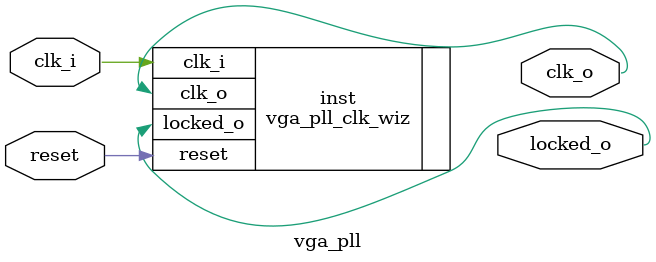
<source format=v>


`timescale 1ps/1ps

(* CORE_GENERATION_INFO = "vga_pll,clk_wiz_v6_0_4_0_0,{component_name=vga_pll,use_phase_alignment=true,use_min_o_jitter=false,use_max_i_jitter=false,use_dyn_phase_shift=false,use_inclk_switchover=false,use_dyn_reconfig=false,enable_axi=0,feedback_source=FDBK_AUTO,PRIMITIVE=PLL,num_out_clk=1,clkin1_period=10.000,clkin2_period=10.000,use_power_down=false,use_reset=true,use_locked=true,use_inclk_stopped=false,feedback_type=SINGLE,CLOCK_MGR_TYPE=NA,manual_override=false}" *)

module vga_pll 
 (
  // Clock out ports
  output        clk_o,
  // Status and control signals
  input         reset,
  output        locked_o,
 // Clock in ports
  input         clk_i
 );

  vga_pll_clk_wiz inst
  (
  // Clock out ports  
  .clk_o(clk_o),
  // Status and control signals               
  .reset(reset), 
  .locked_o(locked_o),
 // Clock in ports
  .clk_i(clk_i)
  );

endmodule

</source>
